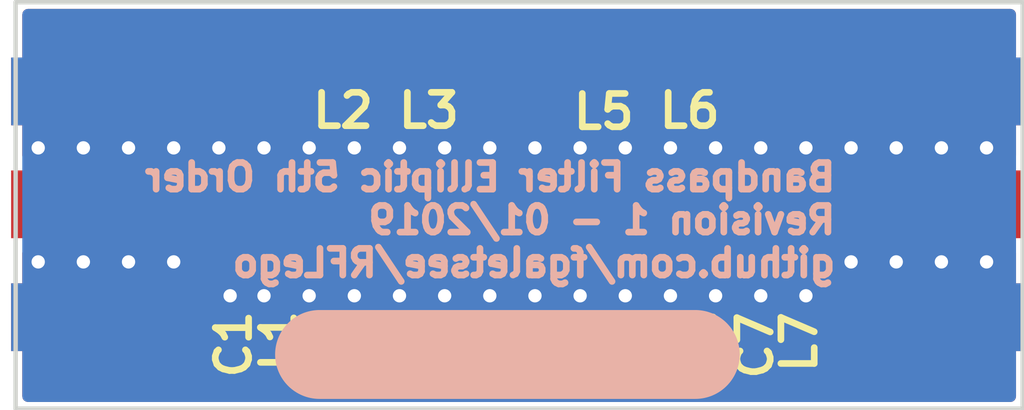
<source format=kicad_pcb>
(kicad_pcb (version 20171130) (host pcbnew "(5.0.1-3-g963ef8bb5)")

  (general
    (thickness 1.6)
    (drawings 6)
    (tracks 63)
    (zones 0)
    (modules 16)
    (nets 7)
  )

  (page A4)
  (layers
    (0 F.Cu signal)
    (31 B.Cu signal)
    (32 B.Adhes user)
    (33 F.Adhes user)
    (34 B.Paste user)
    (35 F.Paste user)
    (36 B.SilkS user)
    (37 F.SilkS user)
    (38 B.Mask user)
    (39 F.Mask user)
    (40 Dwgs.User user)
    (41 Cmts.User user)
    (42 Eco1.User user)
    (43 Eco2.User user)
    (44 Edge.Cuts user)
    (45 Margin user)
    (46 B.CrtYd user)
    (47 F.CrtYd user)
    (48 B.Fab user)
    (49 F.Fab user)
  )

  (setup
    (last_trace_width 0.25)
    (trace_clearance 0.2)
    (zone_clearance 0.1)
    (zone_45_only no)
    (trace_min 0.2)
    (segment_width 2)
    (edge_width 0.1)
    (via_size 0.6)
    (via_drill 0.3)
    (via_min_size 0.4)
    (via_min_drill 0.3)
    (uvia_size 0.8)
    (uvia_drill 0.4)
    (uvias_allowed no)
    (uvia_min_size 0.2)
    (uvia_min_drill 0.1)
    (pcb_text_width 0.3)
    (pcb_text_size 1.5 1.5)
    (mod_edge_width 0.15)
    (mod_text_size 1 1)
    (mod_text_width 0.15)
    (pad_size 1.5 1.5)
    (pad_drill 0.6)
    (pad_to_mask_clearance 0)
    (solder_mask_min_width 0.25)
    (aux_axis_origin 0 0)
    (grid_origin 103.7336 105.3846)
    (visible_elements FFFFFF7F)
    (pcbplotparams
      (layerselection 0x010fc_ffffffff)
      (usegerberextensions false)
      (usegerberattributes false)
      (usegerberadvancedattributes false)
      (creategerberjobfile false)
      (excludeedgelayer true)
      (linewidth 0.100000)
      (plotframeref false)
      (viasonmask false)
      (mode 1)
      (useauxorigin false)
      (hpglpennumber 1)
      (hpglpenspeed 20)
      (hpglpendiameter 15.000000)
      (psnegative false)
      (psa4output false)
      (plotreference true)
      (plotvalue true)
      (plotinvisibletext false)
      (padsonsilk false)
      (subtractmaskfromsilk false)
      (outputformat 1)
      (mirror false)
      (drillshape 1)
      (scaleselection 1)
      (outputdirectory ""))
  )

  (net 0 "")
  (net 1 "Net-(C1-Pad1)")
  (net 2 "Net-(C2-Pad1)")
  (net 3 "Net-(C6-Pad1)")
  (net 4 GND)
  (net 5 "Net-(C3-Pad1)")
  (net 6 "Net-(C5-Pad1)")

  (net_class Default "This is the default net class."
    (clearance 0.2)
    (trace_width 0.25)
    (via_dia 0.6)
    (via_drill 0.3)
    (uvia_dia 0.8)
    (uvia_drill 0.4)
    (add_net GND)
  )

  (net_class 0402 ""
    (clearance 0.1)
    (trace_width 0.61)
    (via_dia 0.6)
    (via_drill 0.3)
    (uvia_dia 0.8)
    (uvia_drill 0.4)
    (add_net "Net-(C1-Pad1)")
    (add_net "Net-(C2-Pad1)")
    (add_net "Net-(C3-Pad1)")
    (add_net "Net-(C5-Pad1)")
    (add_net "Net-(C6-Pad1)")
  )

  (net_class RF ""
    (clearance 0.3)
    (trace_width 1.4)
    (via_dia 0.6)
    (via_drill 0.3)
    (uvia_dia 0.8)
    (uvia_drill 0.4)
  )

  (module RFLego_Footprint:SMA_Edge (layer F.Cu) (tedit 5C3CA862) (tstamp 5C3CA9D3)
    (at 103.632 100.7872)
    (path /5C27DC8B)
    (fp_text reference J1 (at 2.1336 4.6482) (layer F.SilkS) hide
      (effects (font (size 1 1) (thickness 0.15)))
    )
    (fp_text value SMA (at 1.27 6.35) (layer F.Fab) hide
      (effects (font (size 1 1) (thickness 0.15)))
    )
    (pad 1 smd rect (at 2.032 0) (size 4.064 1.524) (layers F.Cu F.Mask)
      (net 1 "Net-(C1-Pad1)"))
    (pad 2 smd rect (at 2.032 -2.54) (size 4.064 1.524) (layers F.Cu F.Mask)
      (net 4 GND))
    (pad 2 smd rect (at 2.032 2.54) (size 4.064 1.524) (layers B.Cu B.Mask)
      (net 4 GND))
    (pad 2 smd rect (at 2.032 -2.54) (size 4.064 1.524) (layers B.Cu B.Mask)
      (net 4 GND))
    (pad 2 smd rect (at 2.032 2.54) (size 4.064 1.524) (layers F.Cu F.Mask)
      (net 4 GND))
  )

  (module RFLego_Footprint:SMA_Edge (layer F.Cu) (tedit 5C3CA868) (tstamp 5C3CAE00)
    (at 122.35688 100.7872)
    (path /5C27E05D)
    (fp_text reference J2 (at 2.1336 4.6482) (layer F.SilkS) hide
      (effects (font (size 1 1) (thickness 0.15)))
    )
    (fp_text value SMA (at 1.27 6.35) (layer F.Fab) hide
      (effects (font (size 1 1) (thickness 0.15)))
    )
    (pad 2 smd rect (at 2.032 2.54) (size 4.064 1.524) (layers F.Cu F.Mask)
      (net 4 GND))
    (pad 2 smd rect (at 2.032 -2.54) (size 4.064 1.524) (layers B.Cu B.Mask)
      (net 4 GND))
    (pad 2 smd rect (at 2.032 2.54) (size 4.064 1.524) (layers B.Cu B.Mask)
      (net 4 GND))
    (pad 2 smd rect (at 2.032 -2.54) (size 4.064 1.524) (layers F.Cu F.Mask)
      (net 4 GND))
    (pad 1 smd rect (at 2.032 0) (size 4.064 1.524) (layers F.Cu F.Mask)
      (net 3 "Net-(C6-Pad1)"))
  )

  (module Capacitor_SMD:C_0402_1005Metric (layer F.Cu) (tedit 5C45A66B) (tstamp 5C45BDDB)
    (at 108.6358 101.2722 270)
    (descr "Capacitor SMD 0402 (1005 Metric), square (rectangular) end terminal, IPC_7351 nominal, (Body size source: http://www.tortai-tech.com/upload/download/2011102023233369053.pdf), generated with kicad-footprint-generator")
    (tags capacitor)
    (path /5C27CEC2)
    (attr smd)
    (fp_text reference C1 (at 2.6646 0 270) (layer F.SilkS)
      (effects (font (size 0.75 0.75) (thickness 0.15)))
    )
    (fp_text value C (at 0 1.17 270) (layer F.Fab)
      (effects (font (size 1 1) (thickness 0.15)))
    )
    (fp_line (start -0.5 0.25) (end -0.5 -0.25) (layer F.Fab) (width 0.1))
    (fp_line (start -0.5 -0.25) (end 0.5 -0.25) (layer F.Fab) (width 0.1))
    (fp_line (start 0.5 -0.25) (end 0.5 0.25) (layer F.Fab) (width 0.1))
    (fp_line (start 0.5 0.25) (end -0.5 0.25) (layer F.Fab) (width 0.1))
    (fp_line (start -0.93 0.47) (end -0.93 -0.47) (layer F.CrtYd) (width 0.05))
    (fp_line (start -0.93 -0.47) (end 0.93 -0.47) (layer F.CrtYd) (width 0.05))
    (fp_line (start 0.93 -0.47) (end 0.93 0.47) (layer F.CrtYd) (width 0.05))
    (fp_line (start 0.93 0.47) (end -0.93 0.47) (layer F.CrtYd) (width 0.05))
    (fp_text user %R (at 0 0 270) (layer F.Fab)
      (effects (font (size 0.25 0.25) (thickness 0.04)))
    )
    (pad 1 smd roundrect (at -0.485 0 270) (size 0.59 0.64) (layers F.Cu F.Paste F.Mask) (roundrect_rratio 0.25)
      (net 1 "Net-(C1-Pad1)"))
    (pad 2 smd roundrect (at 0.485 0 270) (size 0.59 0.64) (layers F.Cu F.Paste F.Mask) (roundrect_rratio 0.25)
      (net 4 GND))
    (model ${KISYS3DMOD}/Capacitor_SMD.3dshapes/C_0402_1005Metric.wrl
      (at (xyz 0 0 0))
      (scale (xyz 1 1 1))
      (rotate (xyz 0 0 0))
    )
  )

  (module Capacitor_SMD:C_0402_1005Metric (layer F.Cu) (tedit 5C45A673) (tstamp 5C45BF30)
    (at 111.09692 101.8032 180)
    (descr "Capacitor SMD 0402 (1005 Metric), square (rectangular) end terminal, IPC_7351 nominal, (Body size source: http://www.tortai-tech.com/upload/download/2011102023233369053.pdf), generated with kicad-footprint-generator")
    (tags capacitor)
    (path /5C27CF2B)
    (attr smd)
    (fp_text reference C2 (at 0 -1.9558 180) (layer F.SilkS)
      (effects (font (size 0.75 0.75) (thickness 0.15)))
    )
    (fp_text value C (at 0 1.17 180) (layer F.Fab)
      (effects (font (size 1 1) (thickness 0.15)))
    )
    (fp_text user %R (at 0 0 180) (layer F.Fab)
      (effects (font (size 0.25 0.25) (thickness 0.04)))
    )
    (fp_line (start 0.93 0.47) (end -0.93 0.47) (layer F.CrtYd) (width 0.05))
    (fp_line (start 0.93 -0.47) (end 0.93 0.47) (layer F.CrtYd) (width 0.05))
    (fp_line (start -0.93 -0.47) (end 0.93 -0.47) (layer F.CrtYd) (width 0.05))
    (fp_line (start -0.93 0.47) (end -0.93 -0.47) (layer F.CrtYd) (width 0.05))
    (fp_line (start 0.5 0.25) (end -0.5 0.25) (layer F.Fab) (width 0.1))
    (fp_line (start 0.5 -0.25) (end 0.5 0.25) (layer F.Fab) (width 0.1))
    (fp_line (start -0.5 -0.25) (end 0.5 -0.25) (layer F.Fab) (width 0.1))
    (fp_line (start -0.5 0.25) (end -0.5 -0.25) (layer F.Fab) (width 0.1))
    (pad 2 smd roundrect (at 0.485 0 180) (size 0.59 0.64) (layers F.Cu F.Paste F.Mask) (roundrect_rratio 0.25)
      (net 1 "Net-(C1-Pad1)"))
    (pad 1 smd roundrect (at -0.485 0 180) (size 0.59 0.64) (layers F.Cu F.Paste F.Mask) (roundrect_rratio 0.25)
      (net 2 "Net-(C2-Pad1)"))
    (model ${KISYS3DMOD}/Capacitor_SMD.3dshapes/C_0402_1005Metric.wrl
      (at (xyz 0 0 0))
      (scale (xyz 1 1 1))
      (rotate (xyz 0 0 0))
    )
  )

  (module Capacitor_SMD:C_0402_1005Metric (layer F.Cu) (tedit 5C45A676) (tstamp 5C45A398)
    (at 113.03522 101.8032 180)
    (descr "Capacitor SMD 0402 (1005 Metric), square (rectangular) end terminal, IPC_7351 nominal, (Body size source: http://www.tortai-tech.com/upload/download/2011102023233369053.pdf), generated with kicad-footprint-generator")
    (tags capacitor)
    (path /5C27CFC6)
    (attr smd)
    (fp_text reference C3 (at 0 -1.9558 180) (layer F.SilkS)
      (effects (font (size 0.75 0.75) (thickness 0.15)))
    )
    (fp_text value C (at 0 1.17 180) (layer F.Fab)
      (effects (font (size 1 1) (thickness 0.15)))
    )
    (fp_line (start -0.5 0.25) (end -0.5 -0.25) (layer F.Fab) (width 0.1))
    (fp_line (start -0.5 -0.25) (end 0.5 -0.25) (layer F.Fab) (width 0.1))
    (fp_line (start 0.5 -0.25) (end 0.5 0.25) (layer F.Fab) (width 0.1))
    (fp_line (start 0.5 0.25) (end -0.5 0.25) (layer F.Fab) (width 0.1))
    (fp_line (start -0.93 0.47) (end -0.93 -0.47) (layer F.CrtYd) (width 0.05))
    (fp_line (start -0.93 -0.47) (end 0.93 -0.47) (layer F.CrtYd) (width 0.05))
    (fp_line (start 0.93 -0.47) (end 0.93 0.47) (layer F.CrtYd) (width 0.05))
    (fp_line (start 0.93 0.47) (end -0.93 0.47) (layer F.CrtYd) (width 0.05))
    (fp_text user %R (at 0 0 180) (layer F.Fab)
      (effects (font (size 0.25 0.25) (thickness 0.04)))
    )
    (pad 1 smd roundrect (at -0.485 0 180) (size 0.59 0.64) (layers F.Cu F.Paste F.Mask) (roundrect_rratio 0.25)
      (net 5 "Net-(C3-Pad1)"))
    (pad 2 smd roundrect (at 0.485 0 180) (size 0.59 0.64) (layers F.Cu F.Paste F.Mask) (roundrect_rratio 0.25)
      (net 2 "Net-(C2-Pad1)"))
    (model ${KISYS3DMOD}/Capacitor_SMD.3dshapes/C_0402_1005Metric.wrl
      (at (xyz 0 0 0))
      (scale (xyz 1 1 1))
      (rotate (xyz 0 0 0))
    )
  )

  (module Capacitor_SMD:C_0402_1005Metric (layer F.Cu) (tedit 5C45A679) (tstamp 5C45B455)
    (at 114.49812 101.2698 90)
    (descr "Capacitor SMD 0402 (1005 Metric), square (rectangular) end terminal, IPC_7351 nominal, (Body size source: http://www.tortai-tech.com/upload/download/2011102023233369053.pdf), generated with kicad-footprint-generator")
    (tags capacitor)
    (path /5C27D238)
    (attr smd)
    (fp_text reference C4 (at -2.6924 0.00508 90) (layer F.SilkS)
      (effects (font (size 0.75 0.75) (thickness 0.15)))
    )
    (fp_text value C (at 0 1.17 90) (layer F.Fab)
      (effects (font (size 1 1) (thickness 0.15)))
    )
    (fp_text user %R (at 0 0 90) (layer F.Fab)
      (effects (font (size 0.25 0.25) (thickness 0.04)))
    )
    (fp_line (start 0.93 0.47) (end -0.93 0.47) (layer F.CrtYd) (width 0.05))
    (fp_line (start 0.93 -0.47) (end 0.93 0.47) (layer F.CrtYd) (width 0.05))
    (fp_line (start -0.93 -0.47) (end 0.93 -0.47) (layer F.CrtYd) (width 0.05))
    (fp_line (start -0.93 0.47) (end -0.93 -0.47) (layer F.CrtYd) (width 0.05))
    (fp_line (start 0.5 0.25) (end -0.5 0.25) (layer F.Fab) (width 0.1))
    (fp_line (start 0.5 -0.25) (end 0.5 0.25) (layer F.Fab) (width 0.1))
    (fp_line (start -0.5 -0.25) (end 0.5 -0.25) (layer F.Fab) (width 0.1))
    (fp_line (start -0.5 0.25) (end -0.5 -0.25) (layer F.Fab) (width 0.1))
    (pad 2 smd roundrect (at 0.485 0 90) (size 0.59 0.64) (layers F.Cu F.Paste F.Mask) (roundrect_rratio 0.25)
      (net 5 "Net-(C3-Pad1)"))
    (pad 1 smd roundrect (at -0.485 0 90) (size 0.59 0.64) (layers F.Cu F.Paste F.Mask) (roundrect_rratio 0.25)
      (net 4 GND))
    (model ${KISYS3DMOD}/Capacitor_SMD.3dshapes/C_0402_1005Metric.wrl
      (at (xyz 0 0 0))
      (scale (xyz 1 1 1))
      (rotate (xyz 0 0 0))
    )
  )

  (module Capacitor_SMD:C_0402_1005Metric (layer F.Cu) (tedit 5C45A69B) (tstamp 5C45C008)
    (at 116.95952 101.8032 180)
    (descr "Capacitor SMD 0402 (1005 Metric), square (rectangular) end terminal, IPC_7351 nominal, (Body size source: http://www.tortai-tech.com/upload/download/2011102023233369053.pdf), generated with kicad-footprint-generator")
    (tags capacitor)
    (path /5C27D01E)
    (attr smd)
    (fp_text reference C5 (at -0.00748 -1.9558 180) (layer F.SilkS)
      (effects (font (size 0.75 0.75) (thickness 0.15)))
    )
    (fp_text value C (at 0 1.17 180) (layer F.Fab)
      (effects (font (size 1 1) (thickness 0.15)))
    )
    (fp_text user %R (at 0 0 180) (layer F.Fab)
      (effects (font (size 0.25 0.25) (thickness 0.04)))
    )
    (fp_line (start 0.93 0.47) (end -0.93 0.47) (layer F.CrtYd) (width 0.05))
    (fp_line (start 0.93 -0.47) (end 0.93 0.47) (layer F.CrtYd) (width 0.05))
    (fp_line (start -0.93 -0.47) (end 0.93 -0.47) (layer F.CrtYd) (width 0.05))
    (fp_line (start -0.93 0.47) (end -0.93 -0.47) (layer F.CrtYd) (width 0.05))
    (fp_line (start 0.5 0.25) (end -0.5 0.25) (layer F.Fab) (width 0.1))
    (fp_line (start 0.5 -0.25) (end 0.5 0.25) (layer F.Fab) (width 0.1))
    (fp_line (start -0.5 -0.25) (end 0.5 -0.25) (layer F.Fab) (width 0.1))
    (fp_line (start -0.5 0.25) (end -0.5 -0.25) (layer F.Fab) (width 0.1))
    (pad 2 smd roundrect (at 0.485 0 180) (size 0.59 0.64) (layers F.Cu F.Paste F.Mask) (roundrect_rratio 0.25)
      (net 5 "Net-(C3-Pad1)"))
    (pad 1 smd roundrect (at -0.485 0 180) (size 0.59 0.64) (layers F.Cu F.Paste F.Mask) (roundrect_rratio 0.25)
      (net 6 "Net-(C5-Pad1)"))
    (model ${KISYS3DMOD}/Capacitor_SMD.3dshapes/C_0402_1005Metric.wrl
      (at (xyz 0 0 0))
      (scale (xyz 1 1 1))
      (rotate (xyz 0 0 0))
    )
  )

  (module Capacitor_SMD:C_0402_1005Metric (layer F.Cu) (tedit 5C45A69E) (tstamp 5C45AD76)
    (at 118.90742 101.8032 180)
    (descr "Capacitor SMD 0402 (1005 Metric), square (rectangular) end terminal, IPC_7351 nominal, (Body size source: http://www.tortai-tech.com/upload/download/2011102023233369053.pdf), generated with kicad-footprint-generator")
    (tags capacitor)
    (path /5C27D094)
    (attr smd)
    (fp_text reference C6 (at 0 -1.9304 180) (layer F.SilkS)
      (effects (font (size 0.75 0.75) (thickness 0.15)))
    )
    (fp_text value C (at 0 1.17 180) (layer F.Fab)
      (effects (font (size 1 1) (thickness 0.15)))
    )
    (fp_line (start -0.5 0.25) (end -0.5 -0.25) (layer F.Fab) (width 0.1))
    (fp_line (start -0.5 -0.25) (end 0.5 -0.25) (layer F.Fab) (width 0.1))
    (fp_line (start 0.5 -0.25) (end 0.5 0.25) (layer F.Fab) (width 0.1))
    (fp_line (start 0.5 0.25) (end -0.5 0.25) (layer F.Fab) (width 0.1))
    (fp_line (start -0.93 0.47) (end -0.93 -0.47) (layer F.CrtYd) (width 0.05))
    (fp_line (start -0.93 -0.47) (end 0.93 -0.47) (layer F.CrtYd) (width 0.05))
    (fp_line (start 0.93 -0.47) (end 0.93 0.47) (layer F.CrtYd) (width 0.05))
    (fp_line (start 0.93 0.47) (end -0.93 0.47) (layer F.CrtYd) (width 0.05))
    (fp_text user %R (at 0 0 180) (layer F.Fab)
      (effects (font (size 0.25 0.25) (thickness 0.04)))
    )
    (pad 1 smd roundrect (at -0.485 0 180) (size 0.59 0.64) (layers F.Cu F.Paste F.Mask) (roundrect_rratio 0.25)
      (net 3 "Net-(C6-Pad1)"))
    (pad 2 smd roundrect (at 0.485 0 180) (size 0.59 0.64) (layers F.Cu F.Paste F.Mask) (roundrect_rratio 0.25)
      (net 6 "Net-(C5-Pad1)"))
    (model ${KISYS3DMOD}/Capacitor_SMD.3dshapes/C_0402_1005Metric.wrl
      (at (xyz 0 0 0))
      (scale (xyz 1 1 1))
      (rotate (xyz 0 0 0))
    )
  )

  (module Capacitor_SMD:C_0402_1005Metric (layer F.Cu) (tedit 5C45A6A0) (tstamp 5C45B2E0)
    (at 120.38076 101.2722 90)
    (descr "Capacitor SMD 0402 (1005 Metric), square (rectangular) end terminal, IPC_7351 nominal, (Body size source: http://www.tortai-tech.com/upload/download/2011102023233369053.pdf), generated with kicad-footprint-generator")
    (tags capacitor)
    (path /5C27D2C9)
    (attr smd)
    (fp_text reference C7 (at -2.69 -0.01016 90) (layer F.SilkS)
      (effects (font (size 0.75 0.75) (thickness 0.15)))
    )
    (fp_text value C (at 0 1.17 90) (layer F.Fab)
      (effects (font (size 1 1) (thickness 0.15)))
    )
    (fp_line (start -0.5 0.25) (end -0.5 -0.25) (layer F.Fab) (width 0.1))
    (fp_line (start -0.5 -0.25) (end 0.5 -0.25) (layer F.Fab) (width 0.1))
    (fp_line (start 0.5 -0.25) (end 0.5 0.25) (layer F.Fab) (width 0.1))
    (fp_line (start 0.5 0.25) (end -0.5 0.25) (layer F.Fab) (width 0.1))
    (fp_line (start -0.93 0.47) (end -0.93 -0.47) (layer F.CrtYd) (width 0.05))
    (fp_line (start -0.93 -0.47) (end 0.93 -0.47) (layer F.CrtYd) (width 0.05))
    (fp_line (start 0.93 -0.47) (end 0.93 0.47) (layer F.CrtYd) (width 0.05))
    (fp_line (start 0.93 0.47) (end -0.93 0.47) (layer F.CrtYd) (width 0.05))
    (fp_text user %R (at 0 0 90) (layer F.Fab)
      (effects (font (size 0.25 0.25) (thickness 0.04)))
    )
    (pad 1 smd roundrect (at -0.485 0 90) (size 0.59 0.64) (layers F.Cu F.Paste F.Mask) (roundrect_rratio 0.25)
      (net 4 GND))
    (pad 2 smd roundrect (at 0.485 0 90) (size 0.59 0.64) (layers F.Cu F.Paste F.Mask) (roundrect_rratio 0.25)
      (net 3 "Net-(C6-Pad1)"))
    (model ${KISYS3DMOD}/Capacitor_SMD.3dshapes/C_0402_1005Metric.wrl
      (at (xyz 0 0 0))
      (scale (xyz 1 1 1))
      (rotate (xyz 0 0 0))
    )
  )

  (module Inductor_SMD:L_0402_1005Metric (layer F.Cu) (tedit 5C45A66F) (tstamp 5C45BE22)
    (at 109.63656 101.2722 270)
    (descr "Inductor SMD 0402 (1005 Metric), square (rectangular) end terminal, IPC_7351 nominal, (Body size source: http://www.tortai-tech.com/upload/download/2011102023233369053.pdf), generated with kicad-footprint-generator")
    (tags inductor)
    (path /5C27CE49)
    (attr smd)
    (fp_text reference L1 (at 2.5884 -0.01524 270) (layer F.SilkS)
      (effects (font (size 0.75 0.75) (thickness 0.15)))
    )
    (fp_text value L (at 0 1.17 270) (layer F.Fab)
      (effects (font (size 1 1) (thickness 0.15)))
    )
    (fp_line (start -0.5 0.25) (end -0.5 -0.25) (layer F.Fab) (width 0.1))
    (fp_line (start -0.5 -0.25) (end 0.5 -0.25) (layer F.Fab) (width 0.1))
    (fp_line (start 0.5 -0.25) (end 0.5 0.25) (layer F.Fab) (width 0.1))
    (fp_line (start 0.5 0.25) (end -0.5 0.25) (layer F.Fab) (width 0.1))
    (fp_line (start -0.93 0.47) (end -0.93 -0.47) (layer F.CrtYd) (width 0.05))
    (fp_line (start -0.93 -0.47) (end 0.93 -0.47) (layer F.CrtYd) (width 0.05))
    (fp_line (start 0.93 -0.47) (end 0.93 0.47) (layer F.CrtYd) (width 0.05))
    (fp_line (start 0.93 0.47) (end -0.93 0.47) (layer F.CrtYd) (width 0.05))
    (fp_text user %R (at 0 0 270) (layer F.Fab)
      (effects (font (size 0.25 0.25) (thickness 0.04)))
    )
    (pad 1 smd roundrect (at -0.485 0 270) (size 0.59 0.64) (layers F.Cu F.Paste F.Mask) (roundrect_rratio 0.25)
      (net 1 "Net-(C1-Pad1)"))
    (pad 2 smd roundrect (at 0.485 0 270) (size 0.59 0.64) (layers F.Cu F.Paste F.Mask) (roundrect_rratio 0.25)
      (net 4 GND))
    (model ${KISYS3DMOD}/Inductor_SMD.3dshapes/L_0402_1005Metric.wrl
      (at (xyz 0 0 0))
      (scale (xyz 1 1 1))
      (rotate (xyz 0 0 0))
    )
  )

  (module Inductor_SMD:L_0402_1005Metric (layer F.Cu) (tedit 5C45A665) (tstamp 5C45BCBB)
    (at 111.09692 100.7872)
    (descr "Inductor SMD 0402 (1005 Metric), square (rectangular) end terminal, IPC_7351 nominal, (Body size source: http://www.tortai-tech.com/upload/download/2011102023233369053.pdf), generated with kicad-footprint-generator")
    (tags inductor)
    (path /5C27D3BC)
    (attr smd)
    (fp_text reference L2 (at 0.00268 -2.1082) (layer F.SilkS)
      (effects (font (size 0.75 0.75) (thickness 0.15)))
    )
    (fp_text value L (at 0 1.17) (layer F.Fab)
      (effects (font (size 1 1) (thickness 0.15)))
    )
    (fp_text user %R (at 0 0) (layer F.Fab)
      (effects (font (size 0.25 0.25) (thickness 0.04)))
    )
    (fp_line (start 0.93 0.47) (end -0.93 0.47) (layer F.CrtYd) (width 0.05))
    (fp_line (start 0.93 -0.47) (end 0.93 0.47) (layer F.CrtYd) (width 0.05))
    (fp_line (start -0.93 -0.47) (end 0.93 -0.47) (layer F.CrtYd) (width 0.05))
    (fp_line (start -0.93 0.47) (end -0.93 -0.47) (layer F.CrtYd) (width 0.05))
    (fp_line (start 0.5 0.25) (end -0.5 0.25) (layer F.Fab) (width 0.1))
    (fp_line (start 0.5 -0.25) (end 0.5 0.25) (layer F.Fab) (width 0.1))
    (fp_line (start -0.5 -0.25) (end 0.5 -0.25) (layer F.Fab) (width 0.1))
    (fp_line (start -0.5 0.25) (end -0.5 -0.25) (layer F.Fab) (width 0.1))
    (pad 2 smd roundrect (at 0.485 0) (size 0.59 0.64) (layers F.Cu F.Paste F.Mask) (roundrect_rratio 0.25)
      (net 2 "Net-(C2-Pad1)"))
    (pad 1 smd roundrect (at -0.485 0) (size 0.59 0.64) (layers F.Cu F.Paste F.Mask) (roundrect_rratio 0.25)
      (net 1 "Net-(C1-Pad1)"))
    (model ${KISYS3DMOD}/Inductor_SMD.3dshapes/L_0402_1005Metric.wrl
      (at (xyz 0 0 0))
      (scale (xyz 1 1 1))
      (rotate (xyz 0 0 0))
    )
  )

  (module Inductor_SMD:L_0402_1005Metric (layer F.Cu) (tedit 5C45A668) (tstamp 5C45A3FA)
    (at 113.03522 100.7872)
    (descr "Inductor SMD 0402 (1005 Metric), square (rectangular) end terminal, IPC_7351 nominal, (Body size source: http://www.tortai-tech.com/upload/download/2011102023233369053.pdf), generated with kicad-footprint-generator")
    (tags inductor)
    (path /5C27D6B3)
    (attr smd)
    (fp_text reference L3 (at -0.00522 -2.1082) (layer F.SilkS)
      (effects (font (size 0.75 0.75) (thickness 0.15)))
    )
    (fp_text value L (at 0 1.17) (layer F.Fab)
      (effects (font (size 1 1) (thickness 0.15)))
    )
    (fp_line (start -0.5 0.25) (end -0.5 -0.25) (layer F.Fab) (width 0.1))
    (fp_line (start -0.5 -0.25) (end 0.5 -0.25) (layer F.Fab) (width 0.1))
    (fp_line (start 0.5 -0.25) (end 0.5 0.25) (layer F.Fab) (width 0.1))
    (fp_line (start 0.5 0.25) (end -0.5 0.25) (layer F.Fab) (width 0.1))
    (fp_line (start -0.93 0.47) (end -0.93 -0.47) (layer F.CrtYd) (width 0.05))
    (fp_line (start -0.93 -0.47) (end 0.93 -0.47) (layer F.CrtYd) (width 0.05))
    (fp_line (start 0.93 -0.47) (end 0.93 0.47) (layer F.CrtYd) (width 0.05))
    (fp_line (start 0.93 0.47) (end -0.93 0.47) (layer F.CrtYd) (width 0.05))
    (fp_text user %R (at 0 0) (layer F.Fab)
      (effects (font (size 0.25 0.25) (thickness 0.04)))
    )
    (pad 1 smd roundrect (at -0.485 0) (size 0.59 0.64) (layers F.Cu F.Paste F.Mask) (roundrect_rratio 0.25)
      (net 2 "Net-(C2-Pad1)"))
    (pad 2 smd roundrect (at 0.485 0) (size 0.59 0.64) (layers F.Cu F.Paste F.Mask) (roundrect_rratio 0.25)
      (net 5 "Net-(C3-Pad1)"))
    (model ${KISYS3DMOD}/Inductor_SMD.3dshapes/L_0402_1005Metric.wrl
      (at (xyz 0 0 0))
      (scale (xyz 1 1 1))
      (rotate (xyz 0 0 0))
    )
  )

  (module Inductor_SMD:L_0402_1005Metric (layer F.Cu) (tedit 5C45A67C) (tstamp 5C45B41C)
    (at 115.49888 101.2722 270)
    (descr "Inductor SMD 0402 (1005 Metric), square (rectangular) end terminal, IPC_7351 nominal, (Body size source: http://www.tortai-tech.com/upload/download/2011102023233369053.pdf), generated with kicad-footprint-generator")
    (tags inductor)
    (path /5C27D9E1)
    (attr smd)
    (fp_text reference L4 (at 2.6138 -0.02032 270) (layer F.SilkS)
      (effects (font (size 0.75 0.75) (thickness 0.15)))
    )
    (fp_text value L (at 0 1.17 270) (layer F.Fab)
      (effects (font (size 1 1) (thickness 0.15)))
    )
    (fp_text user %R (at 0 0 270) (layer F.Fab)
      (effects (font (size 0.25 0.25) (thickness 0.04)))
    )
    (fp_line (start 0.93 0.47) (end -0.93 0.47) (layer F.CrtYd) (width 0.05))
    (fp_line (start 0.93 -0.47) (end 0.93 0.47) (layer F.CrtYd) (width 0.05))
    (fp_line (start -0.93 -0.47) (end 0.93 -0.47) (layer F.CrtYd) (width 0.05))
    (fp_line (start -0.93 0.47) (end -0.93 -0.47) (layer F.CrtYd) (width 0.05))
    (fp_line (start 0.5 0.25) (end -0.5 0.25) (layer F.Fab) (width 0.1))
    (fp_line (start 0.5 -0.25) (end 0.5 0.25) (layer F.Fab) (width 0.1))
    (fp_line (start -0.5 -0.25) (end 0.5 -0.25) (layer F.Fab) (width 0.1))
    (fp_line (start -0.5 0.25) (end -0.5 -0.25) (layer F.Fab) (width 0.1))
    (pad 2 smd roundrect (at 0.485 0 270) (size 0.59 0.64) (layers F.Cu F.Paste F.Mask) (roundrect_rratio 0.25)
      (net 4 GND))
    (pad 1 smd roundrect (at -0.485 0 270) (size 0.59 0.64) (layers F.Cu F.Paste F.Mask) (roundrect_rratio 0.25)
      (net 5 "Net-(C3-Pad1)"))
    (model ${KISYS3DMOD}/Inductor_SMD.3dshapes/L_0402_1005Metric.wrl
      (at (xyz 0 0 0))
      (scale (xyz 1 1 1))
      (rotate (xyz 0 0 0))
    )
  )

  (module Inductor_SMD:L_0402_1005Metric (layer F.Cu) (tedit 5C45A6A6) (tstamp 5C45A416)
    (at 116.96432 100.7872)
    (descr "Inductor SMD 0402 (1005 Metric), square (rectangular) end terminal, IPC_7351 nominal, (Body size source: http://www.tortai-tech.com/upload/download/2011102023233369053.pdf), generated with kicad-footprint-generator")
    (tags inductor)
    (path /5C27D741)
    (attr smd)
    (fp_text reference L5 (at 0 -2.0828) (layer F.SilkS)
      (effects (font (size 0.75 0.75) (thickness 0.15)))
    )
    (fp_text value L (at 0 1.17) (layer F.Fab)
      (effects (font (size 1 1) (thickness 0.15)))
    )
    (fp_text user %R (at 0 0) (layer F.Fab)
      (effects (font (size 0.25 0.25) (thickness 0.04)))
    )
    (fp_line (start 0.93 0.47) (end -0.93 0.47) (layer F.CrtYd) (width 0.05))
    (fp_line (start 0.93 -0.47) (end 0.93 0.47) (layer F.CrtYd) (width 0.05))
    (fp_line (start -0.93 -0.47) (end 0.93 -0.47) (layer F.CrtYd) (width 0.05))
    (fp_line (start -0.93 0.47) (end -0.93 -0.47) (layer F.CrtYd) (width 0.05))
    (fp_line (start 0.5 0.25) (end -0.5 0.25) (layer F.Fab) (width 0.1))
    (fp_line (start 0.5 -0.25) (end 0.5 0.25) (layer F.Fab) (width 0.1))
    (fp_line (start -0.5 -0.25) (end 0.5 -0.25) (layer F.Fab) (width 0.1))
    (fp_line (start -0.5 0.25) (end -0.5 -0.25) (layer F.Fab) (width 0.1))
    (pad 2 smd roundrect (at 0.485 0) (size 0.59 0.64) (layers F.Cu F.Paste F.Mask) (roundrect_rratio 0.25)
      (net 6 "Net-(C5-Pad1)"))
    (pad 1 smd roundrect (at -0.485 0) (size 0.59 0.64) (layers F.Cu F.Paste F.Mask) (roundrect_rratio 0.25)
      (net 5 "Net-(C3-Pad1)"))
    (model ${KISYS3DMOD}/Inductor_SMD.3dshapes/L_0402_1005Metric.wrl
      (at (xyz 0 0 0))
      (scale (xyz 1 1 1))
      (rotate (xyz 0 0 0))
    )
  )

  (module Inductor_SMD:L_0402_1005Metric (layer F.Cu) (tedit 5C45A6A8) (tstamp 5C45A424)
    (at 118.90742 100.7872)
    (descr "Inductor SMD 0402 (1005 Metric), square (rectangular) end terminal, IPC_7351 nominal, (Body size source: http://www.tortai-tech.com/upload/download/2011102023233369053.pdf), generated with kicad-footprint-generator")
    (tags inductor)
    (path /5C27D7CF)
    (attr smd)
    (fp_text reference L6 (at -0.01002 -2.1082) (layer F.SilkS)
      (effects (font (size 0.75 0.75) (thickness 0.15)))
    )
    (fp_text value L (at 0 1.17) (layer F.Fab)
      (effects (font (size 1 1) (thickness 0.15)))
    )
    (fp_line (start -0.5 0.25) (end -0.5 -0.25) (layer F.Fab) (width 0.1))
    (fp_line (start -0.5 -0.25) (end 0.5 -0.25) (layer F.Fab) (width 0.1))
    (fp_line (start 0.5 -0.25) (end 0.5 0.25) (layer F.Fab) (width 0.1))
    (fp_line (start 0.5 0.25) (end -0.5 0.25) (layer F.Fab) (width 0.1))
    (fp_line (start -0.93 0.47) (end -0.93 -0.47) (layer F.CrtYd) (width 0.05))
    (fp_line (start -0.93 -0.47) (end 0.93 -0.47) (layer F.CrtYd) (width 0.05))
    (fp_line (start 0.93 -0.47) (end 0.93 0.47) (layer F.CrtYd) (width 0.05))
    (fp_line (start 0.93 0.47) (end -0.93 0.47) (layer F.CrtYd) (width 0.05))
    (fp_text user %R (at 0 0) (layer F.Fab)
      (effects (font (size 0.25 0.25) (thickness 0.04)))
    )
    (pad 1 smd roundrect (at -0.485 0) (size 0.59 0.64) (layers F.Cu F.Paste F.Mask) (roundrect_rratio 0.25)
      (net 6 "Net-(C5-Pad1)"))
    (pad 2 smd roundrect (at 0.485 0) (size 0.59 0.64) (layers F.Cu F.Paste F.Mask) (roundrect_rratio 0.25)
      (net 3 "Net-(C6-Pad1)"))
    (model ${KISYS3DMOD}/Inductor_SMD.3dshapes/L_0402_1005Metric.wrl
      (at (xyz 0 0 0))
      (scale (xyz 1 1 1))
      (rotate (xyz 0 0 0))
    )
  )

  (module Inductor_SMD:L_0402_1005Metric (layer F.Cu) (tedit 5C45A6A3) (tstamp 5C45A432)
    (at 121.3866 101.2722 270)
    (descr "Inductor SMD 0402 (1005 Metric), square (rectangular) end terminal, IPC_7351 nominal, (Body size source: http://www.tortai-tech.com/upload/download/2011102023233369053.pdf), generated with kicad-footprint-generator")
    (tags inductor)
    (path /5C27DB6B)
    (attr smd)
    (fp_text reference L7 (at 2.6138 0.0254 270) (layer F.SilkS)
      (effects (font (size 0.75 0.75) (thickness 0.15)))
    )
    (fp_text value L (at 0 1.17 270) (layer F.Fab)
      (effects (font (size 1 1) (thickness 0.15)))
    )
    (fp_line (start -0.5 0.25) (end -0.5 -0.25) (layer F.Fab) (width 0.1))
    (fp_line (start -0.5 -0.25) (end 0.5 -0.25) (layer F.Fab) (width 0.1))
    (fp_line (start 0.5 -0.25) (end 0.5 0.25) (layer F.Fab) (width 0.1))
    (fp_line (start 0.5 0.25) (end -0.5 0.25) (layer F.Fab) (width 0.1))
    (fp_line (start -0.93 0.47) (end -0.93 -0.47) (layer F.CrtYd) (width 0.05))
    (fp_line (start -0.93 -0.47) (end 0.93 -0.47) (layer F.CrtYd) (width 0.05))
    (fp_line (start 0.93 -0.47) (end 0.93 0.47) (layer F.CrtYd) (width 0.05))
    (fp_line (start 0.93 0.47) (end -0.93 0.47) (layer F.CrtYd) (width 0.05))
    (fp_text user %R (at 0 0 270) (layer F.Fab)
      (effects (font (size 0.25 0.25) (thickness 0.04)))
    )
    (pad 1 smd roundrect (at -0.485 0 270) (size 0.59 0.64) (layers F.Cu F.Paste F.Mask) (roundrect_rratio 0.25)
      (net 3 "Net-(C6-Pad1)"))
    (pad 2 smd roundrect (at 0.485 0 270) (size 0.59 0.64) (layers F.Cu F.Paste F.Mask) (roundrect_rratio 0.25)
      (net 4 GND))
    (model ${KISYS3DMOD}/Inductor_SMD.3dshapes/L_0402_1005Metric.wrl
      (at (xyz 0 0 0))
      (scale (xyz 1 1 1))
      (rotate (xyz 0 0 0))
    )
  )

  (gr_line (start 103.7336 105.3846) (end 103.7336 96.2406) (layer Edge.Cuts) (width 0.1))
  (gr_line (start 126.3904 105.3846) (end 103.7336 105.3846) (layer Edge.Cuts) (width 0.1))
  (gr_line (start 126.3904 96.2406) (end 126.3904 105.3846) (layer Edge.Cuts) (width 0.1))
  (gr_line (start 103.7336 96.2406) (end 126.3904 96.2406) (layer Edge.Cuts) (width 0.1))
  (gr_line (start 119.0244 104.1654) (end 110.57128 104.1654) (layer B.SilkS) (width 2))
  (gr_text "Bandpass Filter Elliptic 5th Order\nRevision 1 - 01/2019\ngithub.com/fgaletsee/RFLego" (at 122.2502 101.1428) (layer B.SilkS)
    (effects (font (size 0.6 0.6) (thickness 0.15)) (justify left mirror))
  )

  (segment (start 108.6358 100.7872) (end 109.63656 100.7872) (width 0.61) (layer F.Cu) (net 1))
  (segment (start 105.664 100.7872) (end 108.6358 100.7872) (width 0.61) (layer F.Cu) (net 1))
  (segment (start 109.63656 100.7872) (end 110.61192 100.7872) (width 0.61) (layer F.Cu) (net 1))
  (segment (start 110.61192 100.7872) (end 110.61192 101.8032) (width 0.61) (layer F.Cu) (net 1))
  (segment (start 111.58192 100.7872) (end 112.55022 100.7872) (width 0.61) (layer F.Cu) (net 2))
  (segment (start 111.58192 101.8032) (end 112.55022 101.8032) (width 0.61) (layer F.Cu) (net 2))
  (segment (start 111.58192 100.7872) (end 111.58192 101.8032) (width 0.61) (layer F.Cu) (net 2))
  (segment (start 112.55022 100.7872) (end 112.55022 101.8032) (width 0.61) (layer F.Cu) (net 2))
  (segment (start 119.39242 101.8032) (end 119.39242 100.7872) (width 0.61) (layer F.Cu) (net 3))
  (segment (start 119.39242 100.7872) (end 124.38888 100.7872) (width 0.61) (layer F.Cu) (net 3))
  (via (at 104.2416 99.5172) (size 0.6) (drill 0.3) (layers F.Cu B.Cu) (net 4))
  (via (at 105.2576 99.5172) (size 0.6) (drill 0.3) (layers F.Cu B.Cu) (net 4))
  (via (at 106.2736 99.5172) (size 0.6) (drill 0.3) (layers F.Cu B.Cu) (net 4))
  (via (at 107.2896 99.5172) (size 0.6) (drill 0.3) (layers F.Cu B.Cu) (net 4))
  (via (at 108.3056 99.5172) (size 0.6) (drill 0.3) (layers F.Cu B.Cu) (net 4))
  (via (at 109.3216 99.5172) (size 0.6) (drill 0.3) (layers F.Cu B.Cu) (net 4))
  (via (at 110.3376 99.5172) (size 0.6) (drill 0.3) (layers F.Cu B.Cu) (net 4))
  (via (at 111.3536 99.5172) (size 0.6) (drill 0.3) (layers F.Cu B.Cu) (net 4))
  (via (at 112.3696 99.5172) (size 0.6) (drill 0.3) (layers F.Cu B.Cu) (net 4))
  (via (at 113.3856 99.5172) (size 0.6) (drill 0.3) (layers F.Cu B.Cu) (net 4))
  (via (at 114.4016 99.5172) (size 0.6) (drill 0.3) (layers F.Cu B.Cu) (net 4))
  (via (at 115.4176 99.5172) (size 0.6) (drill 0.3) (layers F.Cu B.Cu) (net 4))
  (via (at 116.4336 99.5172) (size 0.6) (drill 0.3) (layers F.Cu B.Cu) (net 4))
  (via (at 117.4496 99.5172) (size 0.6) (drill 0.3) (layers F.Cu B.Cu) (net 4))
  (via (at 118.4656 99.5172) (size 0.6) (drill 0.3) (layers F.Cu B.Cu) (net 4))
  (via (at 119.4816 99.5172) (size 0.6) (drill 0.3) (layers F.Cu B.Cu) (net 4))
  (via (at 120.4976 99.5172) (size 0.6) (drill 0.3) (layers F.Cu B.Cu) (net 4))
  (via (at 121.5136 99.5172) (size 0.6) (drill 0.3) (layers F.Cu B.Cu) (net 4))
  (via (at 122.5296 99.5172) (size 0.6) (drill 0.3) (layers F.Cu B.Cu) (net 4) (tstamp 5C45A73A))
  (via (at 123.5456 99.5172) (size 0.6) (drill 0.3) (layers F.Cu B.Cu) (net 4) (tstamp 5C45A73D))
  (via (at 124.5616 99.5172) (size 0.6) (drill 0.3) (layers F.Cu B.Cu) (net 4) (tstamp 5C45A737))
  (via (at 125.5776 99.5172) (size 0.6) (drill 0.3) (layers F.Cu B.Cu) (net 4) (tstamp 5C45A734))
  (via (at 121.5136 102.8446) (size 0.6) (drill 0.3) (layers F.Cu B.Cu) (net 4))
  (via (at 120.4976 102.8446) (size 0.6) (drill 0.3) (layers F.Cu B.Cu) (net 4))
  (via (at 119.4816 102.8446) (size 0.6) (drill 0.3) (layers F.Cu B.Cu) (net 4))
  (via (at 118.4656 102.8446) (size 0.6) (drill 0.3) (layers F.Cu B.Cu) (net 4))
  (via (at 117.4496 102.8446) (size 0.6) (drill 0.3) (layers F.Cu B.Cu) (net 4))
  (via (at 116.4336 102.8446) (size 0.6) (drill 0.3) (layers F.Cu B.Cu) (net 4))
  (via (at 115.4176 102.8446) (size 0.6) (drill 0.3) (layers F.Cu B.Cu) (net 4))
  (via (at 114.4016 102.8446) (size 0.6) (drill 0.3) (layers F.Cu B.Cu) (net 4))
  (via (at 113.3856 102.8446) (size 0.6) (drill 0.3) (layers F.Cu B.Cu) (net 4))
  (via (at 112.3696 102.8446) (size 0.6) (drill 0.3) (layers F.Cu B.Cu) (net 4))
  (via (at 111.3536 102.8446) (size 0.6) (drill 0.3) (layers F.Cu B.Cu) (net 4))
  (via (at 110.3376 102.8446) (size 0.6) (drill 0.3) (layers F.Cu B.Cu) (net 4))
  (via (at 109.3216 102.8446) (size 0.6) (drill 0.3) (layers F.Cu B.Cu) (net 4))
  (via (at 108.5596 102.8446) (size 0.6) (drill 0.3) (layers F.Cu B.Cu) (net 4))
  (via (at 104.2416 102.0826) (size 0.6) (drill 0.3) (layers F.Cu B.Cu) (net 4))
  (via (at 105.2576 102.0826) (size 0.6) (drill 0.3) (layers F.Cu B.Cu) (net 4))
  (via (at 106.2736 102.0826) (size 0.6) (drill 0.3) (layers F.Cu B.Cu) (net 4))
  (via (at 107.2896 102.0826) (size 0.6) (drill 0.3) (layers F.Cu B.Cu) (net 4))
  (via (at 122.5296 102.0826) (size 0.6) (drill 0.3) (layers F.Cu B.Cu) (net 4))
  (via (at 123.5456 102.0826) (size 0.6) (drill 0.3) (layers F.Cu B.Cu) (net 4))
  (via (at 124.5616 102.0826) (size 0.6) (drill 0.3) (layers F.Cu B.Cu) (net 4))
  (via (at 125.5776 102.0826) (size 0.6) (drill 0.3) (layers F.Cu B.Cu) (net 4))
  (segment (start 113.52022 100.7872) (end 116.47932 100.7872) (width 0.61) (layer F.Cu) (net 5))
  (segment (start 113.52022 101.8032) (end 113.52022 100.7872) (width 0.61) (layer F.Cu) (net 5))
  (segment (start 116.47932 101.7984) (end 116.47452 101.8032) (width 0.61) (layer F.Cu) (net 5))
  (segment (start 116.47932 100.7872) (end 116.47932 101.7984) (width 0.61) (layer F.Cu) (net 5))
  (segment (start 117.44932 101.7984) (end 117.44452 101.8032) (width 0.61) (layer F.Cu) (net 6))
  (segment (start 117.44932 100.7872) (end 117.44932 101.7984) (width 0.61) (layer F.Cu) (net 6))
  (segment (start 117.44452 101.8032) (end 118.42242 101.8032) (width 0.61) (layer F.Cu) (net 6))
  (segment (start 118.42242 101.8032) (end 118.42242 100.7872) (width 0.61) (layer F.Cu) (net 6))
  (segment (start 117.44932 100.7872) (end 118.42242 100.7872) (width 0.61) (layer F.Cu) (net 6))

  (zone (net 4) (net_name GND) (layer F.Cu) (tstamp 0) (hatch edge 0.508)
    (connect_pads yes (clearance 0.1))
    (min_thickness 0.254)
    (fill yes (arc_segments 16) (thermal_gap 0.508) (thermal_bridge_width 0.508))
    (polygon
      (pts
        (xy 126.3904 96.2406) (xy 126.3904 105.3846) (xy 103.7336 105.3846) (xy 103.7336 96.2406)
      )
    )
    (filled_polygon
      (pts
        (xy 109.979921 101.865443) (xy 109.983514 101.883506) (xy 109.983514 101.9757) (xy 110.020121 102.159735) (xy 110.124368 102.315752)
        (xy 110.280385 102.419999) (xy 110.46442 102.456606) (xy 110.75942 102.456606) (xy 110.943455 102.419999) (xy 111.09692 102.317457)
        (xy 111.250385 102.419999) (xy 111.43442 102.456606) (xy 111.72942 102.456606) (xy 111.837035 102.4352) (xy 112.295105 102.4352)
        (xy 112.40272 102.456606) (xy 112.69772 102.456606) (xy 112.881755 102.419999) (xy 113.03522 102.317457) (xy 113.188685 102.419999)
        (xy 113.37272 102.456606) (xy 113.66772 102.456606) (xy 113.851755 102.419999) (xy 114.007772 102.315752) (xy 114.112019 102.159735)
        (xy 114.148626 101.9757) (xy 114.148626 101.883511) (xy 114.15222 101.865443) (xy 114.15222 101.4192) (xy 115.847321 101.4192)
        (xy 115.847321 101.624633) (xy 115.846114 101.6307) (xy 115.846114 101.722893) (xy 115.83014 101.8032) (xy 115.846114 101.883507)
        (xy 115.846114 101.9757) (xy 115.882721 102.159735) (xy 115.986968 102.315752) (xy 116.142985 102.419999) (xy 116.32702 102.456606)
        (xy 116.62202 102.456606) (xy 116.806055 102.419999) (xy 116.95952 102.317457) (xy 117.112985 102.419999) (xy 117.29702 102.456606)
        (xy 117.59202 102.456606) (xy 117.699635 102.4352) (xy 118.167305 102.4352) (xy 118.27492 102.456606) (xy 118.56992 102.456606)
        (xy 118.753955 102.419999) (xy 118.90742 102.317457) (xy 119.060885 102.419999) (xy 119.24492 102.456606) (xy 119.53992 102.456606)
        (xy 119.723955 102.419999) (xy 119.879972 102.315752) (xy 119.984219 102.159735) (xy 120.020826 101.9757) (xy 120.020826 101.883511)
        (xy 120.02442 101.865443) (xy 120.02442 101.4192) (xy 122.023474 101.4192) (xy 122.023474 101.5492) (xy 122.048853 101.676789)
        (xy 122.121126 101.784954) (xy 122.229291 101.857227) (xy 122.35688 101.882606) (xy 126.113401 101.882606) (xy 126.113401 105.1076)
        (xy 104.0106 105.1076) (xy 104.0106 101.882606) (xy 107.696 101.882606) (xy 107.823589 101.857227) (xy 107.931754 101.784954)
        (xy 108.004027 101.676789) (xy 108.029406 101.5492) (xy 108.029406 101.4192) (xy 109.979921 101.4192)
      )
    )
    (filled_polygon
      (pts
        (xy 126.1134 99.691794) (xy 122.35688 99.691794) (xy 122.229291 99.717173) (xy 122.121126 99.789446) (xy 122.048853 99.897611)
        (xy 122.023474 100.0252) (xy 122.023474 100.1552) (xy 119.647535 100.1552) (xy 119.53992 100.133794) (xy 119.24492 100.133794)
        (xy 119.060885 100.170401) (xy 118.90742 100.272943) (xy 118.753955 100.170401) (xy 118.56992 100.133794) (xy 118.27492 100.133794)
        (xy 118.167305 100.1552) (xy 117.704435 100.1552) (xy 117.59682 100.133794) (xy 117.30182 100.133794) (xy 117.117785 100.170401)
        (xy 116.96432 100.272943) (xy 116.810855 100.170401) (xy 116.62682 100.133794) (xy 116.33182 100.133794) (xy 116.224205 100.1552)
        (xy 113.775335 100.1552) (xy 113.66772 100.133794) (xy 113.37272 100.133794) (xy 113.188685 100.170401) (xy 113.03522 100.272943)
        (xy 112.881755 100.170401) (xy 112.69772 100.133794) (xy 112.40272 100.133794) (xy 112.295105 100.1552) (xy 111.837035 100.1552)
        (xy 111.72942 100.133794) (xy 111.43442 100.133794) (xy 111.250385 100.170401) (xy 111.09692 100.272943) (xy 110.943455 100.170401)
        (xy 110.75942 100.133794) (xy 110.46442 100.133794) (xy 110.356805 100.1552) (xy 108.029406 100.1552) (xy 108.029406 100.0252)
        (xy 108.004027 99.897611) (xy 107.931754 99.789446) (xy 107.823589 99.717173) (xy 107.696 99.691794) (xy 104.0106 99.691794)
        (xy 104.0106 96.5176) (xy 126.1134 96.5176)
      )
    )
  )
  (zone (net 4) (net_name GND) (layer B.Cu) (tstamp 5C45A6C5) (hatch edge 0.508)
    (connect_pads yes (clearance 0.1))
    (min_thickness 0.254)
    (fill yes (arc_segments 16) (thermal_gap 0.508) (thermal_bridge_width 0.508))
    (polygon
      (pts
        (xy 126.3904 96.2406) (xy 126.3904 105.3846) (xy 103.7336 105.3846) (xy 103.7336 96.2406)
      )
    )
    (filled_polygon
      (pts
        (xy 126.113401 105.1076) (xy 104.0106 105.1076) (xy 104.0106 96.5176) (xy 126.1134 96.5176)
      )
    )
  )
)

</source>
